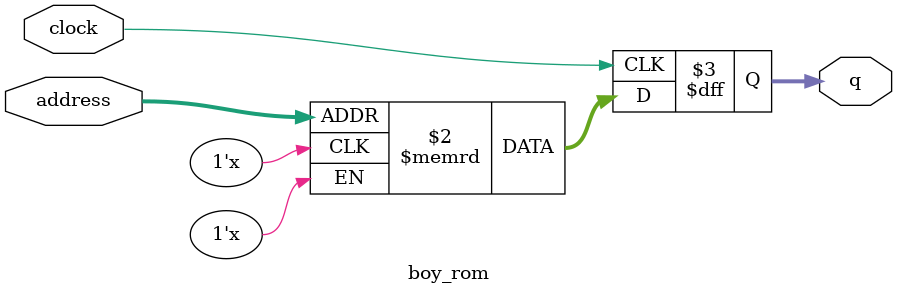
<source format=sv>
module boy_rom (
	input logic clock,
	input logic [9:0] address,
	output logic [3:0] q
);

logic [3:0] memory [0:799] /* synthesis ram_init_file = "./boy/boy.COE" */;

always_ff @ (posedge clock) begin
	q <= memory[address];
end

endmodule

</source>
